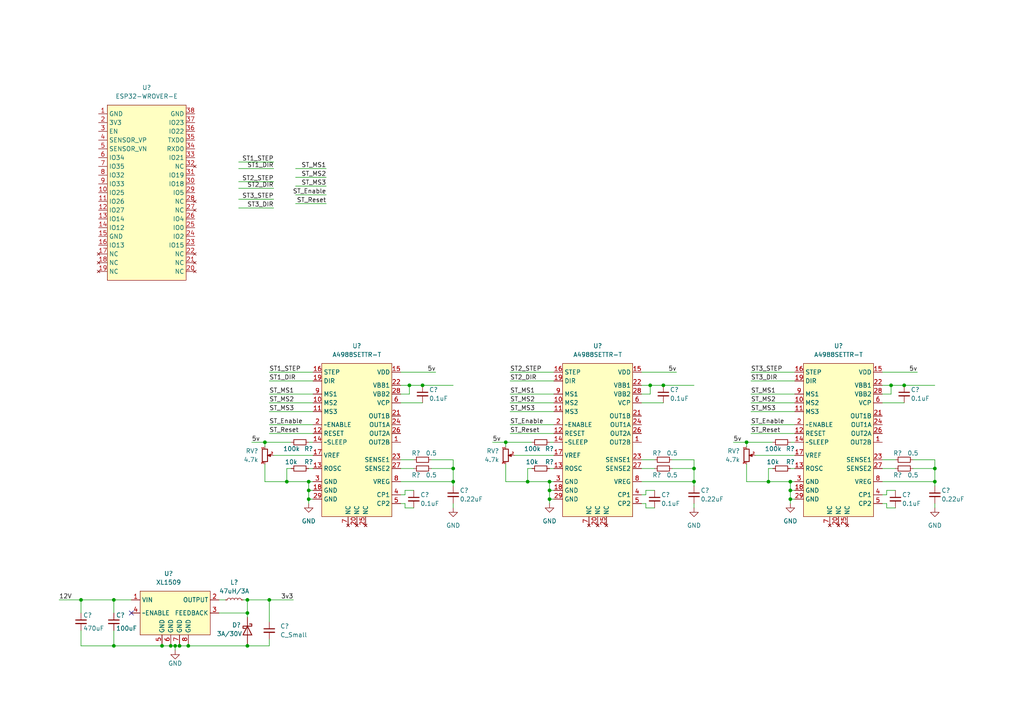
<source format=kicad_sch>
(kicad_sch (version 20211123) (generator eeschema)
  (paper "A4")
  (lib_symbols
    (symbol "Device:C_Small" (pin_numbers hide) (pin_names (offset 0.254) hide)
      (property "Reference" "C" (at 0.254 1.778 0))
      (property "Value" "C_Small" (at 0.254 -2.032 0))
      (symbol "C_Small_0_1"
        (polyline (pts (xy -1.524 -0.508) (xy 1.524 -0.508)) (stroke (width 0.3302)))
        (polyline (pts (xy -1.524 0.508) (xy 1.524 0.508)) (stroke (width 0.3048)))
      )
      (symbol "C_Small_1_1"
        (pin passive line (at 0 2.54 270) (length 2.032) (name "~") (number "1"))
        (pin passive line (at 0 -2.54 90) (length 2.032) (name "~") (number "2"))
      )
    )
    (symbol "Device:D_Schottky" (pin_numbers hide) (pin_names (offset 1.016) hide)
      (property "Reference" "D" (at 0 2.54 0))
      (property "Value" "D_Schottky" (at 0 -2.54 0))
      (symbol "D_Schottky_0_1"
        (polyline (pts (xy 1.27 0) (xy -1.27 0)))
        (polyline (pts (xy 1.27 1.27) (xy 1.27 -1.27) (xy -1.27 0) (xy 1.27 1.27)) (stroke (width 0.254)))
        (polyline (pts (xy -1.905 0.635) (xy -1.905 1.27) (xy -1.27 1.27) (xy -1.27 -1.27) (xy -0.635 -1.27) (xy -0.635 -0.635)) (stroke (width 0.254)))
      )
      (symbol "D_Schottky_1_1"
        (pin passive line (at -3.81 0 0) (length 2.54) (name "K") (number "1"))
        (pin passive line (at 3.81 0 180) (length 2.54) (name "A") (number "2"))
      )
    )
    (symbol "Device:L_Small" (pin_numbers hide) (pin_names (offset 0.254) hide)
      (property "Reference" "L" (at 0.762 1.016 0))
      (property "Value" "L_Small" (at 0.762 -1.016 0))
      (symbol "L_Small_0_1"
        (arc (start 0 -2.032) (mid 0.508 -1.524) (end 0 -1.016))
        (arc (start 0 -1.016) (mid 0.508 -0.508) (end 0 0))
        (arc (start 0 0) (mid 0.508 0.508) (end 0 1.016))
        (arc (start 0 1.016) (mid 0.508 1.524) (end 0 2.032))
      )
      (symbol "L_Small_1_1"
        (pin passive line (at 0 2.54 270) (length 0.508) (name "~") (number "1"))
        (pin passive line (at 0 -2.54 90) (length 0.508) (name "~") (number "2"))
      )
    )
    (symbol "Device:R_Potentiometer_Small" (pin_names (offset 1.016) hide)
      (property "Reference" "RV" (at -4.445 0 90))
      (property "Value" "R_Potentiometer_Small" (at -2.54 0 90))
      (symbol "R_Potentiometer_Small_0_1"
        (polyline (pts (xy 0.889 0) (xy 0.635 0) (xy 1.651 0.381) (xy 1.651 -0.381) (xy 0.635 0) (xy 0.889 0)) (fill (type outline)))
        (rectangle (start 0.762 1.8034) (end -0.762 -1.8034) (stroke (width 0.254)))
      )
      (symbol "R_Potentiometer_Small_1_1"
        (pin passive line (at 0 2.54 270) (length 0.635) (name "1") (number "1"))
        (pin passive line (at 2.54 0 180) (length 0.9906) (name "2") (number "2"))
        (pin passive line (at 0 -2.54 90) (length 0.635) (name "3") (number "3"))
      )
    )
    (symbol "Device:R_Small" (pin_numbers hide) (pin_names (offset 0.254) hide)
      (property "Reference" "R" (at 0.762 0.508 0))
      (property "Value" "R_Small" (at 0.762 -1.016 0))
      (symbol "R_Small_0_1"
        (rectangle (start -0.762 1.778) (end 0.762 -1.778) (stroke (width 0.2032)))
      )
      (symbol "R_Small_1_1"
        (pin passive line (at 0 2.54 270) (length 0.762) (name "~") (number "1"))
        (pin passive line (at 0 -2.54 90) (length 0.762) (name "~") (number "2"))
      )
    )
    (symbol "MotorBoard:A4988SETTR-T"
      (property "Reference" "U?" (at 10.16 5.08 0))
      (property "Value" "A4988SETTR-T" (at 10.16 2.54 0))
      (symbol "A4988SETTR-T_0_1"
        (rectangle (start 0 0) (end 20.32 -44.45) (fill (type background)))
      )
      (symbol "A4988SETTR-T_1_1"
        (pin output line (at 22.86 -22.86 180) (length 2.54) (name "OUT2B") (number "1"))
        (pin input line (at -2.54 -11.43 0) (length 2.54) (name "MS2") (number "10"))
        (pin input line (at -2.54 -13.97 0) (length 2.54) (name "MS3") (number "11"))
        (pin input line (at -2.54 -20.32 0) (length 2.54) (name "RESET") (number "12"))
        (pin input line (at -2.54 -30.48 0) (length 2.54) (name "ROSC") (number "13"))
        (pin input line (at -2.54 -22.86 0) (length 2.54) (name "~SLEEP") (number "14"))
        (pin power_in line (at 22.86 -2.54 180) (length 2.54) (name "VDD") (number "15"))
        (pin input line (at -2.54 -2.54 0) (length 2.54) (name "STEP") (number "16"))
        (pin input line (at -2.54 -26.67 0) (length 2.54) (name "VREF") (number "17"))
        (pin power_in line (at -2.54 -36.83 0) (length 2.54) (name "GND") (number "18"))
        (pin input line (at -2.54 -5.08 0) (length 2.54) (name "DIR") (number "19"))
        (pin input line (at -2.54 -17.78 0) (length 2.54) (name "~ENABLE") (number "2"))
        (pin no_connect line (at 10.16 -46.99 90) (length 2.54) (name "NC") (number "20"))
        (pin output line (at 22.86 -15.24 180) (length 2.54) (name "OUT1B") (number "21"))
        (pin power_in line (at 22.86 -6.35 180) (length 2.54) (name "VBB1") (number "22"))
        (pin input line (at 22.86 -27.94 180) (length 2.54) (name "SENSE1") (number "23"))
        (pin output line (at 22.86 -17.78 180) (length 2.54) (name "OUT1A") (number "24"))
        (pin no_connect line (at 12.7 -46.99 90) (length 2.54) (name "NC") (number "25"))
        (pin output line (at 22.86 -20.32 180) (length 2.54) (name "OUT2A") (number "26"))
        (pin input line (at 22.86 -30.48 180) (length 2.54) (name "SENSE2") (number "27"))
        (pin power_in line (at 22.86 -8.89 180) (length 2.54) (name "VBB2") (number "28"))
        (pin power_in line (at -2.54 -39.37 0) (length 2.54) (name "GND") (number "29"))
        (pin power_in line (at -2.54 -34.29 0) (length 2.54) (name "GND") (number "3"))
        (pin passive line (at 22.86 -38.1 180) (length 2.54) (name "CP1") (number "4"))
        (pin passive line (at 22.86 -40.64 180) (length 2.54) (name "CP2") (number "5"))
        (pin passive line (at 22.86 -11.43 180) (length 2.54) (name "VCP") (number "6"))
        (pin no_connect line (at 7.62 -46.99 90) (length 2.54) (name "NC") (number "7"))
        (pin power_out line (at 22.86 -34.29 180) (length 2.54) (name "VREG") (number "8"))
        (pin input line (at -2.54 -8.89 0) (length 2.54) (name "MS1") (number "9"))
      )
    )
    (symbol "MotorBoard:ESP32-WROVER-E"
      (property "Reference" "U" (at 21.59 1.27 0))
      (property "Value" "ESP32-WROVER-E" (at 7.62 1.27 0))
      (symbol "ESP32-WROVER-E_0_1"
        (rectangle (start 0 0) (end 22.86 -50.8) (fill (type background)))
      )
      (symbol "ESP32-WROVER-E_1_1"
        (pin power_in line (at -2.54 -2.54 0) (length 2.54) (name "GND") (number "1"))
        (pin bidirectional line (at -2.54 -25.4 0) (length 2.54) (name "IO25") (number "10"))
        (pin bidirectional line (at -2.54 -27.94 0) (length 2.54) (name "IO26") (number "11"))
        (pin bidirectional line (at -2.54 -30.48 0) (length 2.54) (name "IO27") (number "12"))
        (pin bidirectional line (at -2.54 -33.02 0) (length 2.54) (name "IO14") (number "13"))
        (pin bidirectional line (at -2.54 -35.56 0) (length 2.54) (name "IO12") (number "14"))
        (pin power_in line (at -2.54 -38.1 0) (length 2.54) (name "GND") (number "15"))
        (pin bidirectional line (at -2.54 -40.64 0) (length 2.54) (name "IO13") (number "16"))
        (pin no_connect line (at -2.54 -43.18 0) (length 2.54) (name "NC") (number "17"))
        (pin no_connect line (at -2.54 -45.72 0) (length 2.54) (name "NC") (number "18"))
        (pin no_connect line (at -2.54 -48.26 0) (length 2.54) (name "NC") (number "19"))
        (pin power_in line (at -2.54 -5.08 0) (length 2.54) (name "3V3") (number "2"))
        (pin no_connect line (at 25.4 -48.26 180) (length 2.54) (name "NC") (number "20"))
        (pin no_connect line (at 25.4 -45.72 180) (length 2.54) (name "NC") (number "21"))
        (pin no_connect line (at 25.4 -43.18 180) (length 2.54) (name "NC") (number "22"))
        (pin bidirectional line (at 25.4 -40.64 180) (length 2.54) (name "IO15") (number "23"))
        (pin bidirectional line (at 25.4 -38.1 180) (length 2.54) (name "IO2") (number "24"))
        (pin bidirectional line (at 25.4 -35.56 180) (length 2.54) (name "IO0") (number "25"))
        (pin bidirectional line (at 25.4 -33.02 180) (length 2.54) (name "IO4") (number "26"))
        (pin no_connect line (at 25.4 -30.48 180) (length 2.54) (name "NC") (number "27"))
        (pin no_connect line (at 25.4 -27.94 180) (length 2.54) (name "NC") (number "28"))
        (pin bidirectional line (at 25.4 -25.4 180) (length 2.54) (name "IO5") (number "29"))
        (pin input line (at -2.54 -7.62 0) (length 2.54) (name "EN") (number "3"))
        (pin bidirectional line (at 25.4 -22.86 180) (length 2.54) (name "IO18") (number "30"))
        (pin bidirectional line (at 25.4 -20.32 180) (length 2.54) (name "IO19") (number "31"))
        (pin no_connect line (at 25.4 -17.78 180) (length 2.54) (name "NC") (number "32"))
        (pin bidirectional line (at 25.4 -15.24 180) (length 2.54) (name "IO21") (number "33"))
        (pin bidirectional line (at 25.4 -12.7 180) (length 2.54) (name "RXD0") (number "34"))
        (pin bidirectional line (at 25.4 -10.16 180) (length 2.54) (name "TXD0") (number "35"))
        (pin bidirectional line (at 25.4 -7.62 180) (length 2.54) (name "IO22") (number "36"))
        (pin bidirectional line (at 25.4 -5.08 180) (length 2.54) (name "IO23") (number "37"))
        (pin bidirectional line (at 25.4 -2.54 180) (length 2.54) (name "GND") (number "38"))
        (pin input line (at -2.54 -10.16 0) (length 2.54) (name "SENSOR_VP") (number "4"))
        (pin input line (at -2.54 -12.7 0) (length 2.54) (name "SENSOR_VN") (number "5"))
        (pin input line (at -2.54 -15.24 0) (length 2.54) (name "IO34") (number "6"))
        (pin input line (at -2.54 -17.78 0) (length 2.54) (name "IO35") (number "7"))
        (pin bidirectional line (at -2.54 -20.32 0) (length 2.54) (name "IO32") (number "8"))
        (pin bidirectional line (at -2.54 -22.86 0) (length 2.54) (name "IO33") (number "9"))
      )
    )
    (symbol "MotorBoard:XL1509"
      (property "Reference" "U?" (at 8.255 5.08 0))
      (property "Value" "XL1509" (at 8.255 2.54 0))
      (symbol "XL1509_0_1"
        (rectangle (start 0 0) (end 20.32 -12.7) (fill (type background)))
      )
      (symbol "XL1509_1_1"
        (pin power_in line (at -2.54 -2.54 0) (length 2.54) (name "VIN") (number "1"))
        (pin output line (at 22.86 -2.54 180) (length 2.54) (name "OUTPUT") (number "2"))
        (pin input line (at 22.86 -6.35 180) (length 2.54) (name "FEEDBACK") (number "3"))
        (pin input line (at -2.54 -6.35 0) (length 2.54) (name "~ENABLE") (number "4"))
        (pin power_in line (at 6.35 -15.24 90) (length 2.54) (name "GND") (number "5"))
        (pin power_in line (at 8.89 -15.24 90) (length 2.54) (name "GND") (number "6"))
        (pin power_in line (at 11.43 -15.24 90) (length 2.54) (name "GND") (number "7"))
        (pin power_in line (at 13.97 -15.24 90) (length 2.54) (name "GND") (number "8"))
      )
    )
    (symbol "power:GND" (power) (pin_names (offset 0))
      (property "Value" "GND" (at 0 -3.81 0))
      (symbol "GND_0_1"
        (polyline (pts (xy 0 0) (xy 0 -1.27) (xy 1.27 -1.27) (xy 0 -2.54) (xy -1.27 -1.27) (xy 0 -1.27)))
      )
      (symbol "GND_1_1"
        (pin power_in line (at 0 0 270) (length 0) hide (name "GND") (number "1"))
      )
    )
  )
  (junction (at 122.555 111.76))
  (junction (at 159.385 139.7))
  (junction (at 71.755 177.8))
  (junction (at 50.8 187.325))
  (junction (at 54.61 187.325))
  (junction (at 271.145 135.89))
  (junction (at 201.295 135.89))
  (junction (at 78.105 173.99))
  (junction (at 192.405 111.76))
  (junction (at 33.02 173.99))
  (junction (at 201.295 139.7))
  (junction (at 159.385 142.24))
  (junction (at 271.145 139.7))
  (junction (at 33.02 187.325))
  (junction (at 76.835 128.27))
  (junction (at 216.535 128.27))
  (junction (at 52.07 187.325))
  (junction (at 89.535 142.24))
  (junction (at 153.035 139.7))
  (junction (at 159.385 144.78))
  (junction (at 71.755 187.325))
  (junction (at 118.745 111.76))
  (junction (at 46.99 187.325))
  (junction (at 146.685 128.27))
  (junction (at 49.53 187.325))
  (junction (at 229.235 144.78))
  (junction (at 131.445 139.7))
  (junction (at 262.255 111.76))
  (junction (at 229.235 142.24))
  (junction (at 71.755 173.99))
  (junction (at 188.595 111.76))
  (junction (at 83.185 139.7))
  (junction (at 222.885 139.7))
  (junction (at 89.535 139.7))
  (junction (at 89.535 144.78))
  (junction (at 131.445 135.89))
  (junction (at 23.495 173.99))
  (junction (at 258.445 111.76))
  (junction (at 229.235 139.7))
  (no_connect (at 38.1 177.8))
  (wire (pts (xy 147.955 116.84) (xy 160.655 116.84)))
  (wire (pts (xy 69.215 60.325) (xy 79.375 60.325)))
  (wire (pts (xy 33.02 177.8) (xy 33.02 173.99)))
  (wire (pts (xy 147.955 123.19) (xy 160.655 123.19)))
  (wire (pts (xy 216.535 134.62) (xy 216.535 139.7)))
  (wire (pts (xy 159.385 144.78) (xy 159.385 142.24)))
  (wire (pts (xy 147.955 110.49) (xy 160.655 110.49)))
  (wire (pts (xy 147.955 125.73) (xy 160.655 125.73)))
  (wire (pts (xy 117.475 142.24) (xy 120.015 142.24)))
  (wire (pts (xy 149.225 132.08) (xy 160.655 132.08)))
  (wire (pts (xy 201.295 135.89) (xy 201.295 139.7)))
  (wire (pts (xy 89.535 144.78) (xy 90.805 144.78)))
  (wire (pts (xy 186.055 146.05) (xy 187.325 146.05)))
  (wire (pts (xy 255.905 133.35) (xy 259.715 133.35)))
  (wire (pts (xy 229.235 128.27) (xy 230.505 128.27)))
  (wire (pts (xy 264.795 135.89) (xy 271.145 135.89)))
  (wire (pts (xy 159.385 142.24) (xy 159.385 139.7)))
  (wire (pts (xy 85.725 56.515) (xy 94.615 56.515)))
  (wire (pts (xy 52.07 187.325) (xy 54.61 187.325)))
  (wire (pts (xy 131.445 135.89) (xy 131.445 139.7)))
  (wire (pts (xy 89.535 142.24) (xy 89.535 139.7)))
  (wire (pts (xy 257.175 143.51) (xy 257.175 142.24)))
  (wire (pts (xy 76.835 134.62) (xy 76.835 139.7)))
  (wire (pts (xy 194.945 133.35) (xy 201.295 133.35)))
  (wire (pts (xy 257.175 147.32) (xy 257.175 146.05)))
  (wire (pts (xy 159.385 146.05) (xy 159.385 144.78)))
  (wire (pts (xy 120.015 147.32) (xy 117.475 147.32)))
  (wire (pts (xy 76.835 128.27) (xy 76.835 129.54)))
  (wire (pts (xy 217.805 119.38) (xy 230.505 119.38)))
  (wire (pts (xy 76.835 128.27) (xy 84.455 128.27)))
  (wire (pts (xy 257.175 142.24) (xy 259.715 142.24)))
  (wire (pts (xy 186.055 139.7) (xy 201.295 139.7)))
  (wire (pts (xy 201.295 133.35) (xy 201.295 135.89)))
  (wire (pts (xy 186.055 111.76) (xy 188.595 111.76)))
  (wire (pts (xy 153.035 139.7) (xy 159.385 139.7)))
  (wire (pts (xy 229.235 146.05) (xy 229.235 144.78)))
  (wire (pts (xy 258.445 111.76) (xy 262.255 111.76)))
  (wire (pts (xy 69.215 54.61) (xy 79.375 54.61)))
  (wire (pts (xy 229.235 139.7) (xy 230.505 139.7)))
  (wire (pts (xy 229.235 144.78) (xy 230.505 144.78)))
  (wire (pts (xy 73.025 128.27) (xy 76.835 128.27)))
  (wire (pts (xy 154.305 135.89) (xy 153.035 135.89)))
  (wire (pts (xy 219.075 132.08) (xy 230.505 132.08)))
  (wire (pts (xy 33.02 187.325) (xy 46.99 187.325)))
  (wire (pts (xy 186.055 135.89) (xy 189.865 135.89)))
  (wire (pts (xy 78.105 110.49) (xy 90.805 110.49)))
  (wire (pts (xy 85.725 48.895) (xy 94.615 48.895)))
  (wire (pts (xy 187.325 147.32) (xy 187.325 146.05)))
  (wire (pts (xy 271.145 135.89) (xy 271.145 139.7)))
  (wire (pts (xy 255.905 107.95) (xy 266.065 107.95)))
  (wire (pts (xy 116.205 143.51) (xy 117.475 143.51)))
  (wire (pts (xy 54.61 186.69) (xy 54.61 187.325)))
  (wire (pts (xy 63.5 173.99) (xy 65.405 173.99)))
  (wire (pts (xy 17.145 173.99) (xy 23.495 173.99)))
  (wire (pts (xy 83.185 135.89) (xy 83.185 139.7)))
  (wire (pts (xy 71.755 186.69) (xy 71.755 187.325)))
  (wire (pts (xy 78.105 123.19) (xy 90.805 123.19)))
  (wire (pts (xy 271.145 139.7) (xy 271.145 140.97)))
  (wire (pts (xy 49.53 186.69) (xy 49.53 187.325)))
  (wire (pts (xy 71.755 187.325) (xy 54.61 187.325)))
  (wire (pts (xy 186.055 107.95) (xy 196.215 107.95)))
  (wire (pts (xy 125.095 135.89) (xy 131.445 135.89)))
  (wire (pts (xy 259.715 147.32) (xy 257.175 147.32)))
  (wire (pts (xy 50.8 187.325) (xy 52.07 187.325)))
  (wire (pts (xy 23.495 187.325) (xy 33.02 187.325)))
  (wire (pts (xy 71.755 173.99) (xy 71.755 177.8)))
  (wire (pts (xy 69.215 52.705) (xy 79.375 52.705)))
  (wire (pts (xy 116.205 139.7) (xy 131.445 139.7)))
  (wire (pts (xy 78.105 173.99) (xy 78.105 180.34)))
  (wire (pts (xy 78.105 114.3) (xy 90.805 114.3)))
  (wire (pts (xy 146.685 128.27) (xy 154.305 128.27)))
  (wire (pts (xy 262.255 111.76) (xy 271.145 111.76)))
  (wire (pts (xy 78.105 107.95) (xy 90.805 107.95)))
  (wire (pts (xy 83.185 139.7) (xy 89.535 139.7)))
  (wire (pts (xy 84.455 135.89) (xy 83.185 135.89)))
  (wire (pts (xy 229.235 144.78) (xy 229.235 142.24)))
  (wire (pts (xy 186.055 114.3) (xy 188.595 114.3)))
  (wire (pts (xy 159.385 142.24) (xy 160.655 142.24)))
  (wire (pts (xy 159.385 144.78) (xy 160.655 144.78)))
  (wire (pts (xy 212.725 128.27) (xy 216.535 128.27)))
  (wire (pts (xy 69.215 48.895) (xy 79.375 48.895)))
  (wire (pts (xy 192.405 111.76) (xy 201.295 111.76)))
  (wire (pts (xy 217.805 116.84) (xy 230.505 116.84)))
  (wire (pts (xy 255.905 143.51) (xy 257.175 143.51)))
  (wire (pts (xy 116.205 116.84) (xy 122.555 116.84)))
  (wire (pts (xy 217.805 114.3) (xy 230.505 114.3)))
  (wire (pts (xy 186.055 143.51) (xy 187.325 143.51)))
  (wire (pts (xy 188.595 111.76) (xy 192.405 111.76)))
  (wire (pts (xy 116.205 114.3) (xy 118.745 114.3)))
  (wire (pts (xy 76.835 139.7) (xy 83.185 139.7)))
  (wire (pts (xy 187.325 143.51) (xy 187.325 142.24)))
  (wire (pts (xy 201.295 146.05) (xy 201.295 147.32)))
  (wire (pts (xy 116.205 111.76) (xy 118.745 111.76)))
  (wire (pts (xy 194.945 135.89) (xy 201.295 135.89)))
  (wire (pts (xy 159.385 135.89) (xy 160.655 135.89)))
  (wire (pts (xy 117.475 147.32) (xy 117.475 146.05)))
  (wire (pts (xy 116.205 146.05) (xy 117.475 146.05)))
  (wire (pts (xy 255.905 114.3) (xy 258.445 114.3)))
  (wire (pts (xy 71.755 177.8) (xy 63.5 177.8)))
  (wire (pts (xy 78.105 125.73) (xy 90.805 125.73)))
  (wire (pts (xy 255.905 146.05) (xy 257.175 146.05)))
  (wire (pts (xy 116.205 133.35) (xy 120.015 133.35)))
  (wire (pts (xy 146.685 128.27) (xy 146.685 129.54)))
  (wire (pts (xy 229.235 142.24) (xy 229.235 139.7)))
  (wire (pts (xy 258.445 114.3) (xy 258.445 111.76)))
  (wire (pts (xy 78.105 116.84) (xy 90.805 116.84)))
  (wire (pts (xy 122.555 111.76) (xy 131.445 111.76)))
  (wire (pts (xy 131.445 133.35) (xy 131.445 135.89)))
  (wire (pts (xy 186.055 116.84) (xy 192.405 116.84)))
  (wire (pts (xy 229.235 135.89) (xy 230.505 135.89)))
  (wire (pts (xy 118.745 114.3) (xy 118.745 111.76)))
  (wire (pts (xy 159.385 139.7) (xy 160.655 139.7)))
  (wire (pts (xy 264.795 133.35) (xy 271.145 133.35)))
  (wire (pts (xy 85.725 53.975) (xy 94.615 53.975)))
  (wire (pts (xy 222.885 135.89) (xy 222.885 139.7)))
  (wire (pts (xy 186.055 133.35) (xy 189.865 133.35)))
  (wire (pts (xy 153.035 135.89) (xy 153.035 139.7)))
  (wire (pts (xy 71.755 173.99) (xy 78.105 173.99)))
  (wire (pts (xy 117.475 143.51) (xy 117.475 142.24)))
  (wire (pts (xy 216.535 128.27) (xy 224.155 128.27)))
  (wire (pts (xy 23.495 173.99) (xy 33.02 173.99)))
  (wire (pts (xy 216.535 139.7) (xy 222.885 139.7)))
  (wire (pts (xy 33.02 173.99) (xy 38.1 173.99)))
  (wire (pts (xy 116.205 107.95) (xy 126.365 107.95)))
  (wire (pts (xy 159.385 128.27) (xy 160.655 128.27)))
  (wire (pts (xy 131.445 139.7) (xy 131.445 140.97)))
  (wire (pts (xy 85.725 59.055) (xy 94.615 59.055)))
  (wire (pts (xy 89.535 142.24) (xy 90.805 142.24)))
  (wire (pts (xy 255.905 135.89) (xy 259.715 135.89)))
  (wire (pts (xy 69.215 57.785) (xy 79.375 57.785)))
  (wire (pts (xy 85.725 51.435) (xy 94.615 51.435)))
  (wire (pts (xy 146.685 139.7) (xy 153.035 139.7)))
  (wire (pts (xy 217.805 125.73) (xy 230.505 125.73)))
  (wire (pts (xy 46.99 187.325) (xy 49.53 187.325)))
  (wire (pts (xy 33.02 182.88) (xy 33.02 187.325)))
  (wire (pts (xy 271.145 146.05) (xy 271.145 147.32)))
  (wire (pts (xy 217.805 123.19) (xy 230.505 123.19)))
  (wire (pts (xy 89.535 139.7) (xy 90.805 139.7)))
  (wire (pts (xy 71.755 187.325) (xy 78.105 187.325)))
  (wire (pts (xy 23.495 182.88) (xy 23.495 187.325)))
  (wire (pts (xy 222.885 139.7) (xy 229.235 139.7)))
  (wire (pts (xy 146.685 134.62) (xy 146.685 139.7)))
  (wire (pts (xy 189.865 147.32) (xy 187.325 147.32)))
  (wire (pts (xy 49.53 187.325) (xy 50.8 187.325)))
  (wire (pts (xy 78.105 119.38) (xy 90.805 119.38)))
  (wire (pts (xy 89.535 135.89) (xy 90.805 135.89)))
  (wire (pts (xy 69.215 46.99) (xy 79.375 46.99)))
  (wire (pts (xy 78.105 187.325) (xy 78.105 185.42)))
  (wire (pts (xy 187.325 142.24) (xy 189.865 142.24)))
  (wire (pts (xy 118.745 111.76) (xy 122.555 111.76)))
  (wire (pts (xy 89.535 144.78) (xy 89.535 142.24)))
  (wire (pts (xy 147.955 114.3) (xy 160.655 114.3)))
  (wire (pts (xy 224.155 135.89) (xy 222.885 135.89)))
  (wire (pts (xy 125.095 133.35) (xy 131.445 133.35)))
  (wire (pts (xy 89.535 128.27) (xy 90.805 128.27)))
  (wire (pts (xy 52.07 186.69) (xy 52.07 187.325)))
  (wire (pts (xy 70.485 173.99) (xy 71.755 173.99)))
  (wire (pts (xy 229.235 142.24) (xy 230.505 142.24)))
  (wire (pts (xy 71.755 177.8) (xy 71.755 179.07)))
  (wire (pts (xy 79.375 132.08) (xy 90.805 132.08)))
  (wire (pts (xy 201.295 139.7) (xy 201.295 140.97)))
  (wire (pts (xy 116.205 135.89) (xy 120.015 135.89)))
  (wire (pts (xy 216.535 128.27) (xy 216.535 129.54)))
  (wire (pts (xy 188.595 114.3) (xy 188.595 111.76)))
  (wire (pts (xy 255.905 139.7) (xy 271.145 139.7)))
  (wire (pts (xy 147.955 119.38) (xy 160.655 119.38)))
  (wire (pts (xy 131.445 146.05) (xy 131.445 147.32)))
  (wire (pts (xy 50.8 187.325) (xy 50.8 188.595)))
  (wire (pts (xy 23.495 173.99) (xy 23.495 177.8)))
  (wire (pts (xy 217.805 107.95) (xy 230.505 107.95)))
  (wire (pts (xy 46.99 186.69) (xy 46.99 187.325)))
  (wire (pts (xy 142.875 128.27) (xy 146.685 128.27)))
  (wire (pts (xy 255.905 116.84) (xy 262.255 116.84)))
  (wire (pts (xy 147.955 107.95) (xy 160.655 107.95)))
  (wire (pts (xy 255.905 111.76) (xy 258.445 111.76)))
  (wire (pts (xy 217.805 110.49) (xy 230.505 110.49)))
  (wire (pts (xy 271.145 133.35) (xy 271.145 135.89)))
  (wire (pts (xy 78.105 173.99) (xy 85.09 173.99)))
  (wire (pts (xy 89.535 146.05) (xy 89.535 144.78)))
  (label "ST_Enable" (at 78.105 123.19 0))
  (label "ST_Reset" (at 217.805 125.73 0))
  (label "ST3_STEP" (at 217.805 107.95 0))
  (label "ST3_STEP" (at 79.375 57.785 180))
  (label "ST3_DIR" (at 79.375 60.325 180))
  (label "5v" (at 73.025 128.27 0))
  (label "ST_Reset" (at 94.615 59.055 180))
  (label "ST2_DIR" (at 147.955 110.49 0))
  (label "ST_MS3" (at 217.805 119.38 0))
  (label "ST_MS2" (at 78.105 116.84 0))
  (label "ST_MS2" (at 94.615 51.435 180))
  (label "ST_Reset" (at 147.955 125.73 0))
  (label "ST_MS3" (at 78.105 119.38 0))
  (label "3v3" (at 85.09 173.99 180))
  (label "ST_MS3" (at 94.615 53.975 180))
  (label "ST_MS2" (at 147.955 116.84 0))
  (label "ST_MS1" (at 94.615 48.895 180))
  (label "5v" (at 142.875 128.27 0))
  (label "ST_MS1" (at 217.805 114.3 0))
  (label "5v" (at 266.065 107.95 180))
  (label "ST2_STEP" (at 147.955 107.95 0))
  (label "5v" (at 126.365 107.95 180))
  (label "12V" (at 17.145 173.99 0))
  (label "ST1_DIR" (at 78.105 110.49 0))
  (label "ST_MS2" (at 217.805 116.84 0))
  (label "ST2_STEP" (at 79.375 52.705 180))
  (label "ST_Reset" (at 78.105 125.73 0))
  (label "ST1_STEP" (at 78.105 107.95 0))
  (label "ST_MS3" (at 147.955 119.38 0))
  (label "ST_Enable" (at 147.955 123.19 0))
  (label "ST_Enable" (at 94.615 56.515 180))
  (label "5v" (at 212.725 128.27 0))
  (label "ST_MS1" (at 78.105 114.3 0))
  (label "ST_MS1" (at 147.955 114.3 0))
  (label "ST1_DIR" (at 79.375 48.895 180))
  (label "5v" (at 196.215 107.95 180))
  (label "ST1_STEP" (at 79.375 46.99 180))
  (label "ST2_DIR" (at 79.375 54.61 180))
  (label "ST_Enable" (at 217.805 123.19 0))
  (label "ST3_DIR" (at 217.805 110.49 0))
  (symbol (lib_id "Device:C_Small") (at 271.145 143.51 0) (unit 1)
    (property "Reference" "C?" (at 273.05 142.2462 0) (effects (justify left)))
    (property "Value" "0.22uF" (at 273.05 144.7862 0) (effects (justify left)))
  )
  (symbol (lib_id "power:GND") (at 89.535 146.05 0) (unit 1)
    (property "Reference" "#PWR?" (effects hide))
    (property "Value" "GND" (at 89.535 151.13 0))
  )
  (symbol (lib_id "MotorBoard:A4988SETTR-T") (at 233.045 105.41 0) (unit 1)
    (property "Reference" "U?" (at 243.205 100.33 0))
    (property "Value" "A4988SETTR-T" (at 243.205 102.87 0))
    (property "Datasheet" "https://datasheet.lcsc.com/lcsc/1809140120_Allegro-MicroSystems--LLC-A4988SETTR-T_C38437.pdf" (effects hide))
    (property "Info" "https://www.pololu.com/product/1182" (effects hide))
  )
  (symbol (lib_id "Device:C_Small") (at 120.015 144.78 0) (unit 1)
    (property "Reference" "C?" (at 121.92 143.5162 0) (effects (justify left)))
    (property "Value" "0.1uF" (at 121.92 146.0562 0) (effects (justify left)))
  )
  (symbol (lib_id "Device:C_Small") (at 189.865 144.78 0) (unit 1)
    (property "Reference" "C?" (at 191.77 143.5162 0) (effects (justify left)))
    (property "Value" "0.1uF" (at 191.77 146.0562 0) (effects (justify left)))
  )
  (symbol (lib_id "Device:C_Small") (at 78.105 182.88 0) (unit 1)
    (property "Reference" "C?" (at 81.28 181.6162 0) (effects (justify left)))
    (property "Value" "C_Small" (at 81.28 184.1562 0) (effects (justify left)))
  )
  (symbol (lib_id "power:GND") (at 229.235 146.05 0) (unit 1)
    (property "Reference" "#PWR?" (effects hide))
    (property "Value" "GND" (at 229.235 151.13 0))
  )
  (symbol (lib_id "Device:R_Potentiometer_Small") (at 146.685 132.08 0) (unit 1)
    (property "Reference" "RV?" (at 144.78 130.8099 0) (effects (justify right)))
    (property "Value" "4.7k" (at 144.78 133.3499 0) (effects (justify right)))
    (property "Datasheet" "https://datasheet.lcsc.com/lcsc/1810170727_HDK-Hokuriku-Elec-Industry-VG039NCHXTB203_C128550.pdf" (effects hide))
    (property "LSCS Part Number" "C128555" (effects hide))
  )
  (symbol (lib_id "Device:C_Small") (at 122.555 114.3 0) (unit 1)
    (property "Reference" "C?" (at 124.46 113.0362 0) (effects (justify left)))
    (property "Value" "0.1uF" (at 124.46 115.5762 0) (effects (justify left)))
  )
  (symbol (lib_id "power:GND") (at 201.295 147.32 0) (unit 1)
    (property "Reference" "#PWR?" (effects hide))
    (property "Value" "GND" (at 201.295 152.4 0))
  )
  (symbol (lib_id "Device:R_Small") (at 122.555 135.89 270) (unit 1)
    (property "Reference" "R?" (at 120.65 137.795 90))
    (property "Value" "0.5" (at 125.095 137.795 90))
  )
  (symbol (lib_id "MotorBoard:ESP32-WROVER-E") (at 31.115 30.48 0) (unit 1)
    (property "Reference" "U?" (at 42.545 25.4 0))
    (property "Value" "ESP32-WROVER-E" (at 42.545 27.94 0))
  )
  (symbol (lib_id "MotorBoard:XL1509") (at 40.64 171.45 0) (unit 1)
    (property "Reference" "U?" (at 48.895 166.37 0))
    (property "Value" "XL1509" (at 48.895 168.91 0))
  )
  (symbol (lib_id "Device:C_Small") (at 131.445 143.51 0) (unit 1)
    (property "Reference" "C?" (at 133.35 142.2462 0) (effects (justify left)))
    (property "Value" "0.22uF" (at 133.35 144.7862 0) (effects (justify left)))
  )
  (symbol (lib_id "MotorBoard:A4988SETTR-T") (at 163.195 105.41 0) (unit 1)
    (property "Reference" "U?" (at 173.355 100.33 0))
    (property "Value" "A4988SETTR-T" (at 173.355 102.87 0))
    (property "Datasheet" "https://datasheet.lcsc.com/lcsc/1809140120_Allegro-MicroSystems--LLC-A4988SETTR-T_C38437.pdf" (effects hide))
    (property "Info" "https://www.pololu.com/product/1182" (effects hide))
  )
  (symbol (lib_id "power:GND") (at 159.385 146.05 0) (unit 1)
    (property "Reference" "#PWR?" (effects hide))
    (property "Value" "GND" (at 159.385 151.13 0))
  )
  (symbol (lib_id "power:GND") (at 131.445 147.32 0) (unit 1)
    (property "Reference" "#PWR?" (effects hide))
    (property "Value" "GND" (at 131.445 152.4 0))
  )
  (symbol (lib_id "Device:R_Small") (at 86.995 128.27 270) (unit 1)
    (property "Reference" "R?" (at 90.8049 130.175 90) (effects (justify right)))
    (property "Value" "100k" (at 86.9949 130.175 90) (effects (justify right)))
  )
  (symbol (lib_id "Device:C_Small") (at 33.02 180.34 0) (unit 1)
    (property "Reference" "C?" (at 33.655 178.4412 0) (effects (justify left)))
    (property "Value" "100uF" (at 33.655 182.2512 0) (effects (justify left)))
  )
  (symbol (lib_id "Device:R_Small") (at 226.695 128.27 270) (unit 1)
    (property "Reference" "R?" (at 230.5049 130.175 90) (effects (justify right)))
    (property "Value" "100k" (at 226.6949 130.175 90) (effects (justify right)))
  )
  (symbol (lib_id "power:GND") (at 271.145 147.32 0) (unit 1)
    (property "Reference" "#PWR?" (effects hide))
    (property "Value" "GND" (at 271.145 152.4 0))
  )
  (symbol (lib_id "Device:L_Small") (at 67.945 173.99 90) (unit 1)
    (property "Reference" "L?" (at 67.945 168.91 90))
    (property "Value" "47uH/3A" (at 67.945 171.45 90))
  )
  (symbol (lib_id "Device:C_Small") (at 192.405 114.3 0) (unit 1)
    (property "Reference" "C?" (at 194.31 113.0362 0) (effects (justify left)))
    (property "Value" "0.1uF" (at 194.31 115.5762 0) (effects (justify left)))
  )
  (symbol (lib_id "Device:R_Small") (at 156.845 128.27 270) (unit 1)
    (property "Reference" "R?" (at 160.6549 130.175 90) (effects (justify right)))
    (property "Value" "100k" (at 156.8449 130.175 90) (effects (justify right)))
  )
  (symbol (lib_id "Device:C_Small") (at 201.295 143.51 0) (unit 1)
    (property "Reference" "C?" (at 203.2 142.2462 0) (effects (justify left)))
    (property "Value" "0.22uF" (at 203.2 144.7862 0) (effects (justify left)))
  )
  (symbol (lib_id "Device:R_Small") (at 192.405 135.89 270) (unit 1)
    (property "Reference" "R?" (at 190.5 137.795 90))
    (property "Value" "0.5" (at 194.945 137.795 90))
  )
  (symbol (lib_id "Device:R_Small") (at 122.555 133.35 270) (unit 1)
    (property "Reference" "R?" (at 120.65 131.445 90))
    (property "Value" "0.5" (at 125.095 131.445 90))
  )
  (symbol (lib_id "Device:R_Small") (at 262.255 133.35 270) (unit 1)
    (property "Reference" "R?" (at 260.35 131.445 90))
    (property "Value" "0.5" (at 264.795 131.445 90))
  )
  (symbol (lib_id "Device:R_Small") (at 226.695 135.89 270) (unit 1)
    (property "Reference" "R?" (at 229.235 133.985 90))
    (property "Value" "10k" (at 224.155 133.985 90))
  )
  (symbol (lib_id "Device:R_Potentiometer_Small") (at 76.835 132.08 0) (unit 1)
    (property "Reference" "RV?" (at 74.93 130.8099 0) (effects (justify right)))
    (property "Value" "4.7k" (at 74.93 133.3499 0) (effects (justify right)))
    (property "Datasheet" "https://datasheet.lcsc.com/lcsc/1810170727_HDK-Hokuriku-Elec-Industry-VG039NCHXTB203_C128550.pdf" (effects hide))
    (property "LSCS Part Number" "C128555" (effects hide))
  )
  (symbol (lib_id "Device:D_Schottky") (at 71.755 182.88 270) (unit 1)
    (property "Reference" "D?" (at 67.31 181.2924 90) (effects (justify left)))
    (property "Value" "3A/30V" (at 62.865 183.8324 90) (effects (justify left)))
  )
  (symbol (lib_id "power:GND") (at 50.8 188.595 0) (unit 1)
    (property "Reference" "#PWR?" (effects hide))
    (property "Value" "GND" (at 50.8 192.405 0))
  )
  (symbol (lib_id "Device:R_Potentiometer_Small") (at 216.535 132.08 0) (unit 1)
    (property "Reference" "RV?" (at 214.63 130.8099 0) (effects (justify right)))
    (property "Value" "4.7k" (at 214.63 133.3499 0) (effects (justify right)))
    (property "Datasheet" "https://datasheet.lcsc.com/lcsc/1810170727_HDK-Hokuriku-Elec-Industry-VG039NCHXTB203_C128550.pdf" (effects hide))
    (property "LSCS Part Number" "C128555" (effects hide))
  )
  (symbol (lib_id "Device:R_Small") (at 86.995 135.89 270) (unit 1)
    (property "Reference" "R?" (at 89.535 133.985 90))
    (property "Value" "10k" (at 84.455 133.985 90))
  )
  (symbol (lib_id "MotorBoard:A4988SETTR-T") (at 93.345 105.41 0) (unit 1)
    (property "Reference" "U?" (at 103.505 100.33 0))
    (property "Value" "A4988SETTR-T" (at 103.505 102.87 0))
    (property "Datasheet" "https://datasheet.lcsc.com/lcsc/1809140120_Allegro-MicroSystems--LLC-A4988SETTR-T_C38437.pdf" (effects hide))
    (property "Info" "https://www.pololu.com/product/1182" (effects hide))
  )
  (symbol (lib_id "Device:C_Small") (at 259.715 144.78 0) (unit 1)
    (property "Reference" "C?" (at 261.62 143.5162 0) (effects (justify left)))
    (property "Value" "0.1uF" (at 261.62 146.0562 0) (effects (justify left)))
  )
  (symbol (lib_id "Device:C_Small") (at 23.495 180.34 0) (unit 1)
    (property "Reference" "C?" (at 24.13 178.4412 0) (effects (justify left)))
    (property "Value" "470uF" (at 24.13 182.2512 0) (effects (justify left)))
  )
  (symbol (lib_id "Device:R_Small") (at 156.845 135.89 270) (unit 1)
    (property "Reference" "R?" (at 159.385 133.985 90))
    (property "Value" "10k" (at 154.305 133.985 90))
  )
  (symbol (lib_id "Device:R_Small") (at 262.255 135.89 270) (unit 1)
    (property "Reference" "R?" (at 260.35 137.795 90))
    (property "Value" "0.5" (at 264.795 137.795 90))
  )
  (symbol (lib_id "Device:C_Small") (at 262.255 114.3 0) (unit 1)
    (property "Reference" "C?" (at 264.16 113.0362 0) (effects (justify left)))
    (property "Value" "0.1uF" (at 264.16 115.5762 0) (effects (justify left)))
  )
  (symbol (lib_id "Device:R_Small") (at 192.405 133.35 270) (unit 1)
    (property "Reference" "R?" (at 190.5 131.445 90))
    (property "Value" "0.5" (at 194.945 131.445 90))
  )
)
</source>
